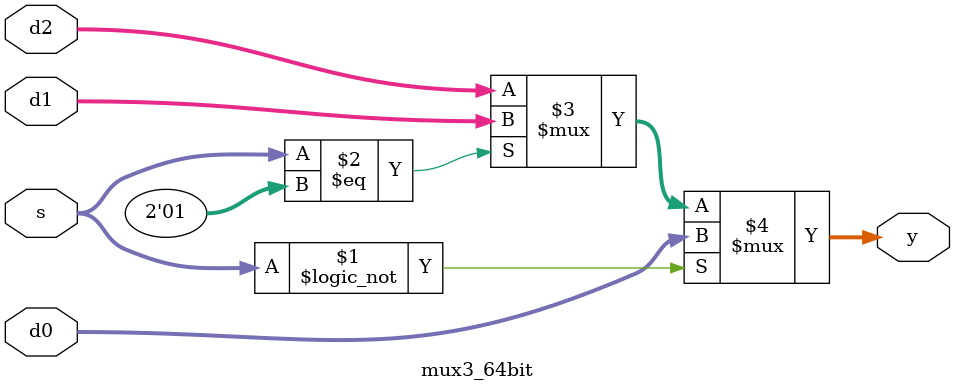
<source format=v>
module mux3_64bit(d0, d1, d2, s, y);  //64 bit 3:1 MUX

	//input, output
	input [63:0] d0, d1, d2;
	input [1:0] s;
	output [63:0] y;
	
	//assign y(conditional operator)
	assign y=(s==2'b00)?d0: ((s==2'b01)?d1:d2);
	
endmodule   //end of module
</source>
